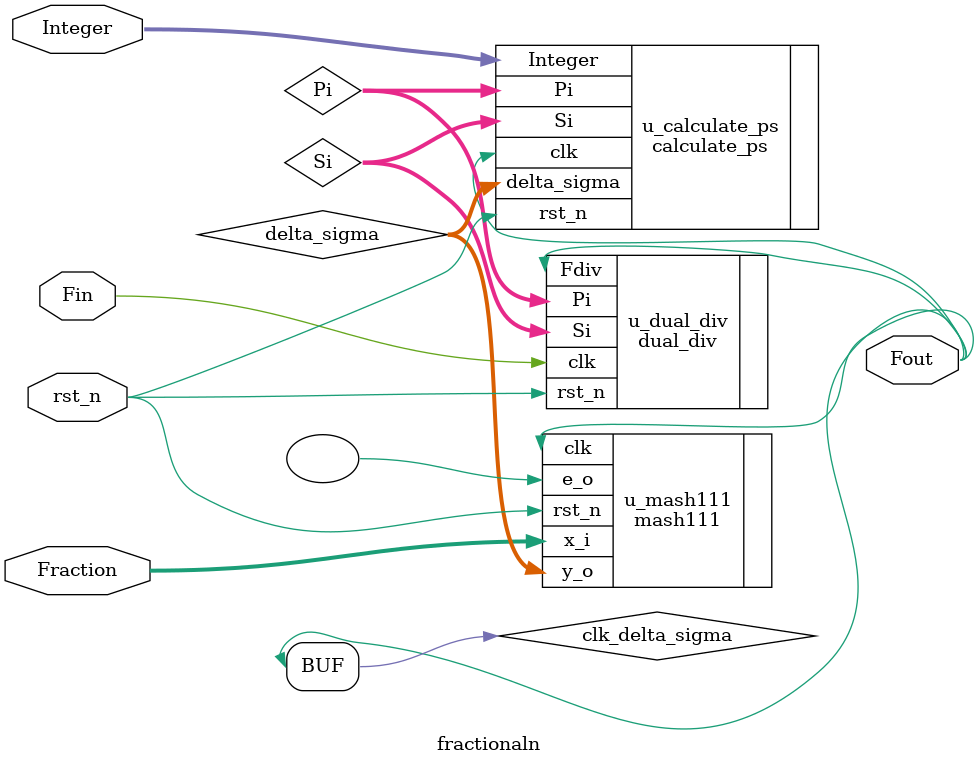
<source format=v>
`timescale  1ns / 1ps

module fractionaln #(
    parameter P_WIDTH = 5,                  // P 计数器的位宽
    parameter S_WIDTH = 3,                  // S 计数器的位宽
    parameter INT_WIDTH = 8,                // 分频整数的位宽
    parameter FRAC_WIDTH = 24               // 分频小数的位宽
) (
    input wire Fin,                         // 分频器的时钟输入
    input wire rst_n,                       // 复位信号，低有效

    input wire [INT_WIDTH-1:0] Integer,     // 分频整数部分
    input wire [FRAC_WIDTH-1:0] Fraction,   // 分频小数部分

    output wire Fout                        // 分频输出
);

    wire [3:0] delta_sigma;
    wire clk_delta_sigma;
    wire [S_WIDTH-1:0] Si;
    wire [P_WIDTH-1:0] Pi;

    assign clk_delta_sigma = Fout;

    // Sigma-Delta 调制器
    mash111 #(
        .WIDTH  ( FRAC_WIDTH ),
        .A_GAIN ( 1  ))
    u_mash111 (
        .clk                     ( clk_delta_sigma ),
        .rst_n                   ( rst_n           ),
        .x_i                     ( Fraction        ),

        .y_o                     ( delta_sigma     ),
        .e_o                     (                 )
    );

    // 将分频的整数部分和 Sigma-Delta 调制器的结果相加，将结果分成两部分分别送到 P 计数器和 S 计数器
    calculate_ps #(
        .P_WIDTH   ( P_WIDTH ),
        .S_WIDTH   ( S_WIDTH ),
        .INT_WIDTH ( INT_WIDTH ))
    u_calculate_ps (
        .clk                     ( clk_delta_sigma ),
        .rst_n                   ( rst_n           ),
        .Integer                 ( Integer         ),
        .delta_sigma             ( delta_sigma     ),
        .Si                      ( Si              ),
        .Pi                      ( Pi              )
    );
    
    // P/S 双模分频器
    dual_div #(
        .P_WIDTH ( P_WIDTH ),
        .S_WIDTH ( S_WIDTH ))
    u_dual_div (
        .clk                     ( Fin     ),
        .rst_n                   ( rst_n   ),
        .Si                      ( Si      ),
        .Pi                      ( Pi      ),

        .Fdiv                    ( Fout    )
    );    
    
endmodule
</source>
